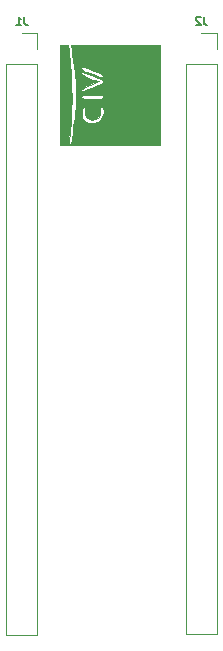
<source format=gbo>
G04 #@! TF.GenerationSoftware,KiCad,Pcbnew,no-vcs-found-91ed3e2~59~ubuntu16.04.1*
G04 #@! TF.CreationDate,2017-10-23T14:28:14-03:00*
G04 #@! TF.ProjectId,ciaa-z3r0,636961612D7A3372302E6B696361645F,rev?*
G04 #@! TF.SameCoordinates,Original*
G04 #@! TF.FileFunction,Legend,Bot*
G04 #@! TF.FilePolarity,Positive*
%FSLAX46Y46*%
G04 Gerber Fmt 4.6, Leading zero omitted, Abs format (unit mm)*
G04 Created by KiCad (PCBNEW no-vcs-found-91ed3e2~59~ubuntu16.04.1) date Mon Oct 23 14:28:14 2017*
%MOMM*%
%LPD*%
G01*
G04 APERTURE LIST*
%ADD10C,0.002540*%
%ADD11C,0.120000*%
%ADD12C,0.130000*%
G04 APERTURE END LIST*
D10*
G36*
X122813820Y-71460820D02*
X122813820Y-75695000D01*
X122813820Y-79926640D01*
X127048000Y-79926640D01*
X131279640Y-79926640D01*
X131279640Y-75695000D01*
X131279640Y-71460820D01*
X127482340Y-71460820D01*
X123682500Y-71460820D01*
X123761240Y-71821500D01*
X123834900Y-72222820D01*
X123911100Y-72748600D01*
X123982220Y-73322640D01*
X124673100Y-73322640D01*
X124802640Y-73353120D01*
X125043940Y-73431860D01*
X125353820Y-73546160D01*
X125686560Y-73673160D01*
X126001520Y-73802700D01*
X126095500Y-73845880D01*
X126316480Y-73970340D01*
X126440940Y-74097340D01*
X126453640Y-74140520D01*
X126407920Y-74231960D01*
X126306320Y-74214180D01*
X126171700Y-74163380D01*
X125922780Y-74069400D01*
X125610360Y-73955100D01*
X125282700Y-73833180D01*
X124980440Y-73723960D01*
X124756920Y-73642680D01*
X124698500Y-73619820D01*
X124614680Y-73533460D01*
X124596900Y-73406460D01*
X124652780Y-73327720D01*
X124673100Y-73322640D01*
X123982220Y-73322640D01*
X123984760Y-73350580D01*
X124030480Y-73767140D01*
X124627380Y-73767140D01*
X124708660Y-73772220D01*
X124866140Y-73817940D01*
X125122680Y-73911920D01*
X125506220Y-74056700D01*
X125651000Y-74112580D01*
X126029460Y-74264980D01*
X126283460Y-74394520D01*
X126410460Y-74508820D01*
X126405380Y-74623120D01*
X126258060Y-74747580D01*
X125968500Y-74894900D01*
X125526540Y-75077780D01*
X125120140Y-75232720D01*
X124840740Y-75336860D01*
X124680720Y-75380040D01*
X124609600Y-75364800D01*
X124591820Y-75298760D01*
X124591820Y-75278440D01*
X124635000Y-75184460D01*
X124782320Y-75080320D01*
X125051560Y-74955860D01*
X125328420Y-74846640D01*
X126067560Y-74567240D01*
X125605280Y-74402140D01*
X125165860Y-74237040D01*
X124866140Y-74107500D01*
X124685800Y-74003360D01*
X124604520Y-73911920D01*
X124591820Y-73861120D01*
X124596900Y-73800160D01*
X124627380Y-73767140D01*
X124030480Y-73767140D01*
X124050800Y-73985580D01*
X124106680Y-74605340D01*
X124144780Y-75164140D01*
X124162560Y-75616260D01*
X124162560Y-75695000D01*
X125348740Y-75695000D01*
X125524000Y-75695000D01*
X125930400Y-75697540D01*
X126199640Y-75705160D01*
X126354580Y-75728020D01*
X126430780Y-75768660D01*
X126453640Y-75832160D01*
X126453640Y-75862640D01*
X126443480Y-75938840D01*
X126392680Y-75987100D01*
X126270760Y-76015040D01*
X126049780Y-76027740D01*
X125699260Y-76032820D01*
X125524000Y-76032820D01*
X125115060Y-76030280D01*
X124848360Y-76022660D01*
X124690880Y-75999800D01*
X124617220Y-75959160D01*
X124594360Y-75895660D01*
X124591820Y-75862640D01*
X124601980Y-75788980D01*
X124655320Y-75740720D01*
X124777240Y-75712780D01*
X124998220Y-75700080D01*
X125348740Y-75695000D01*
X124162560Y-75695000D01*
X124152400Y-76114100D01*
X124119380Y-76639880D01*
X124114300Y-76711000D01*
X126293620Y-76711000D01*
X126418080Y-76784660D01*
X126481580Y-76977700D01*
X126479040Y-77249480D01*
X126443480Y-77437440D01*
X126275840Y-77767640D01*
X125988820Y-77975920D01*
X125592580Y-78062280D01*
X125506220Y-78064820D01*
X125219200Y-78047040D01*
X125021080Y-77968300D01*
X124835660Y-77813360D01*
X124678180Y-77630480D01*
X124609600Y-77450140D01*
X124607060Y-77196140D01*
X124609600Y-77158040D01*
X124647700Y-76881180D01*
X124723900Y-76749100D01*
X124769620Y-76728780D01*
X124858520Y-76746560D01*
X124873760Y-76878640D01*
X124866140Y-76959920D01*
X124873760Y-77330760D01*
X125008380Y-77605080D01*
X125249680Y-77762560D01*
X125582420Y-77787960D01*
X125678940Y-77772720D01*
X125983740Y-77640640D01*
X126153920Y-77412040D01*
X126189480Y-77079300D01*
X126186940Y-77053900D01*
X126179320Y-76827840D01*
X126222500Y-76728780D01*
X126293620Y-76711000D01*
X124114300Y-76711000D01*
X124071120Y-77213920D01*
X124012700Y-77770180D01*
X123997460Y-77894640D01*
X123918720Y-78516940D01*
X123855220Y-78989380D01*
X123806960Y-79334820D01*
X123763780Y-79571040D01*
X123728220Y-79720900D01*
X123690120Y-79802180D01*
X123649480Y-79835200D01*
X123601220Y-79842820D01*
X123598680Y-79842820D01*
X123517400Y-79802180D01*
X123509780Y-79649780D01*
X123519940Y-79568500D01*
X123624080Y-78831900D01*
X123697740Y-77968300D01*
X123743460Y-77005640D01*
X123761240Y-75987100D01*
X123751080Y-74943160D01*
X123712980Y-73914460D01*
X123646940Y-72931480D01*
X123552960Y-72037400D01*
X123522480Y-71821500D01*
X123481840Y-71595440D01*
X123413260Y-71491300D01*
X123265940Y-71463360D01*
X123144020Y-71460820D01*
X122813820Y-71460820D01*
X122813820Y-71460820D01*
X122813820Y-71460820D01*
G37*
X122813820Y-71460820D02*
X122813820Y-75695000D01*
X122813820Y-79926640D01*
X127048000Y-79926640D01*
X131279640Y-79926640D01*
X131279640Y-75695000D01*
X131279640Y-71460820D01*
X127482340Y-71460820D01*
X123682500Y-71460820D01*
X123761240Y-71821500D01*
X123834900Y-72222820D01*
X123911100Y-72748600D01*
X123982220Y-73322640D01*
X124673100Y-73322640D01*
X124802640Y-73353120D01*
X125043940Y-73431860D01*
X125353820Y-73546160D01*
X125686560Y-73673160D01*
X126001520Y-73802700D01*
X126095500Y-73845880D01*
X126316480Y-73970340D01*
X126440940Y-74097340D01*
X126453640Y-74140520D01*
X126407920Y-74231960D01*
X126306320Y-74214180D01*
X126171700Y-74163380D01*
X125922780Y-74069400D01*
X125610360Y-73955100D01*
X125282700Y-73833180D01*
X124980440Y-73723960D01*
X124756920Y-73642680D01*
X124698500Y-73619820D01*
X124614680Y-73533460D01*
X124596900Y-73406460D01*
X124652780Y-73327720D01*
X124673100Y-73322640D01*
X123982220Y-73322640D01*
X123984760Y-73350580D01*
X124030480Y-73767140D01*
X124627380Y-73767140D01*
X124708660Y-73772220D01*
X124866140Y-73817940D01*
X125122680Y-73911920D01*
X125506220Y-74056700D01*
X125651000Y-74112580D01*
X126029460Y-74264980D01*
X126283460Y-74394520D01*
X126410460Y-74508820D01*
X126405380Y-74623120D01*
X126258060Y-74747580D01*
X125968500Y-74894900D01*
X125526540Y-75077780D01*
X125120140Y-75232720D01*
X124840740Y-75336860D01*
X124680720Y-75380040D01*
X124609600Y-75364800D01*
X124591820Y-75298760D01*
X124591820Y-75278440D01*
X124635000Y-75184460D01*
X124782320Y-75080320D01*
X125051560Y-74955860D01*
X125328420Y-74846640D01*
X126067560Y-74567240D01*
X125605280Y-74402140D01*
X125165860Y-74237040D01*
X124866140Y-74107500D01*
X124685800Y-74003360D01*
X124604520Y-73911920D01*
X124591820Y-73861120D01*
X124596900Y-73800160D01*
X124627380Y-73767140D01*
X124030480Y-73767140D01*
X124050800Y-73985580D01*
X124106680Y-74605340D01*
X124144780Y-75164140D01*
X124162560Y-75616260D01*
X124162560Y-75695000D01*
X125348740Y-75695000D01*
X125524000Y-75695000D01*
X125930400Y-75697540D01*
X126199640Y-75705160D01*
X126354580Y-75728020D01*
X126430780Y-75768660D01*
X126453640Y-75832160D01*
X126453640Y-75862640D01*
X126443480Y-75938840D01*
X126392680Y-75987100D01*
X126270760Y-76015040D01*
X126049780Y-76027740D01*
X125699260Y-76032820D01*
X125524000Y-76032820D01*
X125115060Y-76030280D01*
X124848360Y-76022660D01*
X124690880Y-75999800D01*
X124617220Y-75959160D01*
X124594360Y-75895660D01*
X124591820Y-75862640D01*
X124601980Y-75788980D01*
X124655320Y-75740720D01*
X124777240Y-75712780D01*
X124998220Y-75700080D01*
X125348740Y-75695000D01*
X124162560Y-75695000D01*
X124152400Y-76114100D01*
X124119380Y-76639880D01*
X124114300Y-76711000D01*
X126293620Y-76711000D01*
X126418080Y-76784660D01*
X126481580Y-76977700D01*
X126479040Y-77249480D01*
X126443480Y-77437440D01*
X126275840Y-77767640D01*
X125988820Y-77975920D01*
X125592580Y-78062280D01*
X125506220Y-78064820D01*
X125219200Y-78047040D01*
X125021080Y-77968300D01*
X124835660Y-77813360D01*
X124678180Y-77630480D01*
X124609600Y-77450140D01*
X124607060Y-77196140D01*
X124609600Y-77158040D01*
X124647700Y-76881180D01*
X124723900Y-76749100D01*
X124769620Y-76728780D01*
X124858520Y-76746560D01*
X124873760Y-76878640D01*
X124866140Y-76959920D01*
X124873760Y-77330760D01*
X125008380Y-77605080D01*
X125249680Y-77762560D01*
X125582420Y-77787960D01*
X125678940Y-77772720D01*
X125983740Y-77640640D01*
X126153920Y-77412040D01*
X126189480Y-77079300D01*
X126186940Y-77053900D01*
X126179320Y-76827840D01*
X126222500Y-76728780D01*
X126293620Y-76711000D01*
X124114300Y-76711000D01*
X124071120Y-77213920D01*
X124012700Y-77770180D01*
X123997460Y-77894640D01*
X123918720Y-78516940D01*
X123855220Y-78989380D01*
X123806960Y-79334820D01*
X123763780Y-79571040D01*
X123728220Y-79720900D01*
X123690120Y-79802180D01*
X123649480Y-79835200D01*
X123601220Y-79842820D01*
X123598680Y-79842820D01*
X123517400Y-79802180D01*
X123509780Y-79649780D01*
X123519940Y-79568500D01*
X123624080Y-78831900D01*
X123697740Y-77968300D01*
X123743460Y-77005640D01*
X123761240Y-75987100D01*
X123751080Y-74943160D01*
X123712980Y-73914460D01*
X123646940Y-72931480D01*
X123552960Y-72037400D01*
X123522480Y-71821500D01*
X123481840Y-71595440D01*
X123413260Y-71491300D01*
X123265940Y-71463360D01*
X123144020Y-71460820D01*
X122813820Y-71460820D01*
X122813820Y-71460820D01*
D11*
X120868000Y-70495000D02*
X119538000Y-70495000D01*
X120868000Y-71825000D02*
X120868000Y-70495000D01*
X120868000Y-73095000D02*
X118208000Y-73095000D01*
X118208000Y-73095000D02*
X118208000Y-121415000D01*
X120868000Y-73095000D02*
X120868000Y-121415000D01*
X120868000Y-121415000D02*
X118208000Y-121415000D01*
X136070619Y-121372500D02*
X133410619Y-121372500D01*
X136070619Y-73052500D02*
X136070619Y-121372500D01*
X133410619Y-73052500D02*
X133410619Y-121372500D01*
X136070619Y-73052500D02*
X133410619Y-73052500D01*
X136070619Y-71782500D02*
X136070619Y-70452500D01*
X136070619Y-70452500D02*
X134740619Y-70452500D01*
D12*
X119771333Y-69111666D02*
X119771333Y-69611666D01*
X119804666Y-69711666D01*
X119871333Y-69778333D01*
X119971333Y-69811666D01*
X120038000Y-69811666D01*
X119071333Y-69811666D02*
X119471333Y-69811666D01*
X119271333Y-69811666D02*
X119271333Y-69111666D01*
X119338000Y-69211666D01*
X119404666Y-69278333D01*
X119471333Y-69311666D01*
X134973952Y-69069166D02*
X134973952Y-69569166D01*
X135007285Y-69669166D01*
X135073952Y-69735833D01*
X135173952Y-69769166D01*
X135240619Y-69769166D01*
X134673952Y-69135833D02*
X134640619Y-69102500D01*
X134573952Y-69069166D01*
X134407285Y-69069166D01*
X134340619Y-69102500D01*
X134307285Y-69135833D01*
X134273952Y-69202500D01*
X134273952Y-69269166D01*
X134307285Y-69369166D01*
X134707285Y-69769166D01*
X134273952Y-69769166D01*
M02*

</source>
